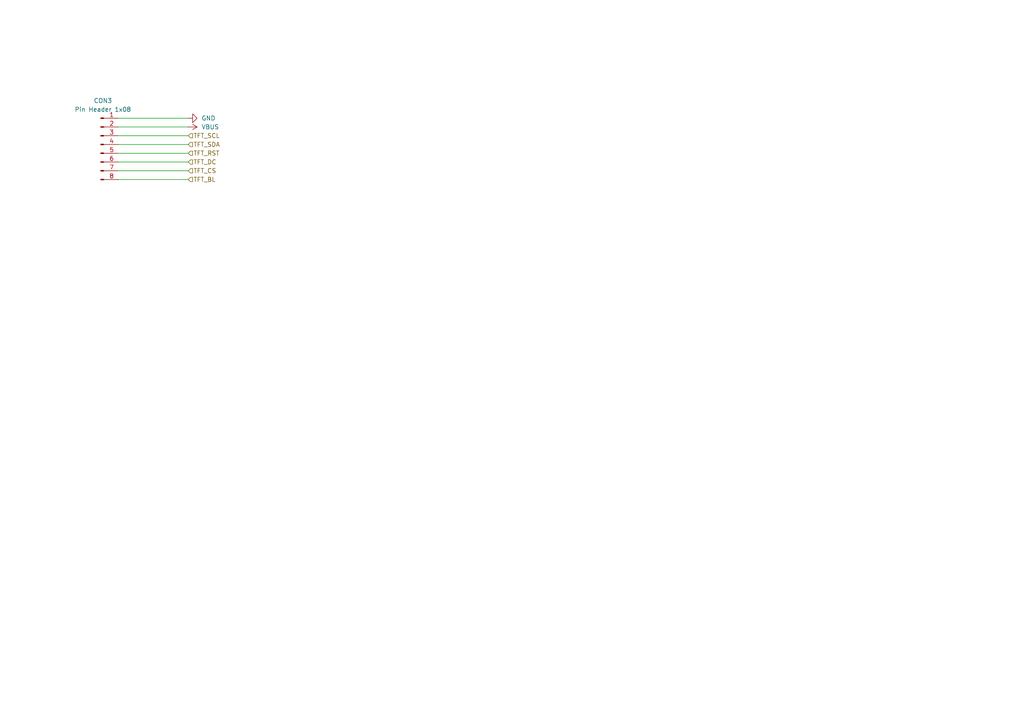
<source format=kicad_sch>
(kicad_sch (version 20250114) (generator "eeschema") (generator_version "9.0")
  (paper "A4")
  (title_block (title "FRANK M2") (date "2025-03-04") (rev "1.02") (company "Mikhail Matveev") (comment 1 "https://github.com/xtremespb/frank"))
  (lib_symbols
    (symbol "Connector:Conn_01x08_Pin" (pin_names (offset 1.016) (hide yes))
      (property "Reference" "J" (at 0 10.16 0))
      (property "Value" "Conn_01x08_Pin" (at 0 -12.7 0))
      (symbol "Conn_01x08_Pin_1_1"
        (rectangle (start 0.8636 7.747) (end 0 7.493) (stroke (width 0.1524)) (fill (type outline)))
        (rectangle (start 0.8636 5.207) (end 0 4.953) (stroke (width 0.1524)) (fill (type outline)))
        (rectangle (start 0.8636 2.667) (end 0 2.413) (stroke (width 0.1524)) (fill (type outline)))
        (rectangle (start 0.8636 0.127) (end 0 -0.127) (stroke (width 0.1524)) (fill (type outline)))
        (rectangle (start 0.8636 -2.413) (end 0 -2.667) (stroke (width 0.1524)) (fill (type outline)))
        (rectangle (start 0.8636 -4.953) (end 0 -5.207) (stroke (width 0.1524)) (fill (type outline)))
        (rectangle (start 0.8636 -7.493) (end 0 -7.747) (stroke (width 0.1524)) (fill (type outline)))
        (rectangle (start 0.8636 -10.033) (end 0 -10.287) (stroke (width 0.1524)) (fill (type outline)))
        (polyline (pts (xy 1.27 7.62) (xy 0.8636 7.62)) (stroke (width 0.1524)))
        (polyline (pts (xy 1.27 5.08) (xy 0.8636 5.08)) (stroke (width 0.1524)))
        (polyline (pts (xy 1.27 2.54) (xy 0.8636 2.54)) (stroke (width 0.1524)))
        (polyline (pts (xy 1.27 0) (xy 0.8636 0)) (stroke (width 0.1524)))
        (polyline (pts (xy 1.27 -2.54) (xy 0.8636 -2.54)) (stroke (width 0.1524)))
        (polyline (pts (xy 1.27 -5.08) (xy 0.8636 -5.08)) (stroke (width 0.1524)))
        (polyline (pts (xy 1.27 -7.62) (xy 0.8636 -7.62)) (stroke (width 0.1524)))
        (polyline (pts (xy 1.27 -10.16) (xy 0.8636 -10.16)) (stroke (width 0.1524)))
        (pin passive line (at 5.08 7.62 180) (length 3.81) (name "Pin_1") (number "1"))
        (pin passive line (at 5.08 5.08 180) (length 3.81) (name "Pin_2") (number "2"))
        (pin passive line (at 5.08 2.54 180) (length 3.81) (name "Pin_3") (number "3"))
        (pin passive line (at 5.08 0 180) (length 3.81) (name "Pin_4") (number "4"))
        (pin passive line (at 5.08 -2.54 180) (length 3.81) (name "Pin_5") (number "5"))
        (pin passive line (at 5.08 -5.08 180) (length 3.81) (name "Pin_6") (number "6"))
        (pin passive line (at 5.08 -7.62 180) (length 3.81) (name "Pin_7") (number "7"))
        (pin passive line (at 5.08 -10.16 180) (length 3.81) (name "Pin_8") (number "8"))
      )
    )
    (symbol "GND_8" (power) (pin_numbers (hide yes)) (pin_names (offset 0) (hide yes))
      (property "Value" "GND" (at 0 -3.81 0))
      (symbol "GND_8_0_1"
        (polyline (pts (xy 0 0) (xy 0 -1.27) (xy 1.27 -1.27) (xy 0 -2.54) (xy -1.27 -1.27) (xy 0 -1.27)))
      )
      (symbol "GND_8_1_1"
        (pin power_in line (at 0 0 270) (length 0) (name "~") (number "1"))
      )
    )
    (symbol "power:VBUS" (power) (pin_numbers (hide yes)) (pin_names (offset 0) (hide yes))
      (property "Value" "VBUS" (at 0 3.556 0))
      (symbol "VBUS_0_1"
        (polyline (pts (xy -0.762 1.27) (xy 0 2.54)))
        (polyline (pts (xy 0 2.54) (xy 0.762 1.27)))
        (polyline (pts (xy 0 0) (xy 0 2.54)))
      )
      (symbol "VBUS_1_1"
        (pin power_in line (at 0 0 90) (length 0) (name "~") (number "1"))
      )
    )
  )
  (wire (pts (xy 34.29 41.91) (xy 54.61 41.91)))
  (wire (pts (xy 34.29 39.37) (xy 54.61 39.37)))
  (wire (pts (xy 34.29 44.45) (xy 54.61 44.45)))
  (wire (pts (xy 34.29 34.29) (xy 54.61 34.29)))
  (wire (pts (xy 34.29 52.07) (xy 54.61 52.07)))
  (wire (pts (xy 34.29 46.99) (xy 54.61 46.99)))
  (wire (pts (xy 34.29 36.83) (xy 54.61 36.83)))
  (wire (pts (xy 34.29 49.53) (xy 54.61 49.53)))
  (hierarchical_label "TFT_SCL" (shape input) (at 54.61 39.37 0))
  (hierarchical_label "TFT_RST" (shape input) (at 54.61 44.45 0))
  (hierarchical_label "TFT_BL" (shape input) (at 54.61 52.07 0))
  (hierarchical_label "TFT_DC" (shape input) (at 54.61 46.99 0))
  (hierarchical_label "TFT_SDA" (shape input) (at 54.61 41.91 0))
  (hierarchical_label "TFT_CS" (shape input) (at 54.61 49.53 0))
  (symbol (lib_name "GND_8") (lib_id "power:GND") (at 54.61 34.29 90) (unit 1)
    (property "Reference" "#PWR073" (effects (hide yes)))
    (property "Value" "GND" (at 58.42 34.2899 90) (effects (justify right)))
    (property "Description" "Power symbol creates a global label with name \"GND\" , ground" (effects (hide yes)))
  )
  (symbol (lib_id "power:VBUS") (at 54.61 36.83 270) (unit 1)
    (property "Reference" "#PWR074" (effects (hide yes)))
    (property "Value" "VBUS" (at 58.42 36.8299 90) (effects (justify left)))
    (property "Description" "Power symbol creates a global label with name \"VBUS\"" (effects (hide yes)))
  )
  (symbol (lib_id "Connector:Conn_01x08_Pin") (at 29.21 41.91 0) (unit 1)
    (property "Reference" "CON3" (at 29.845 29.21 0))
    (property "Value" "Pin Header 1x08" (at 29.845 31.75 0))
    (property "Footprint" "FRANK:Pin Header (1x08)" (effects (hide yes)))
    (property "Description" "Generic connector, single row, 01x08, script generated" (effects (hide yes)))
    (property "AliExpress" "https://www.aliexpress.com/item/1005007039504981.html" (effects (hide yes)))
  )
)
</source>
